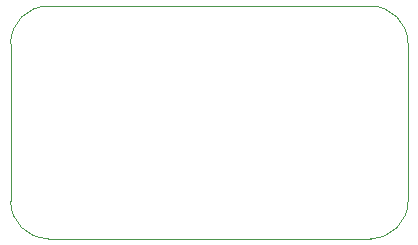
<source format=gbr>
G04 #@! TF.GenerationSoftware,KiCad,Pcbnew,5.1.2-f72e74a~84~ubuntu18.04.1*
G04 #@! TF.CreationDate,2019-07-02T11:32:23+08:00*
G04 #@! TF.ProjectId,cs4354-daughterboard_noDIL,63733433-3534-42d6-9461-756768746572,rev?*
G04 #@! TF.SameCoordinates,Original*
G04 #@! TF.FileFunction,Profile,NP*
%FSLAX46Y46*%
G04 Gerber Fmt 4.6, Leading zero omitted, Abs format (unit mm)*
G04 Created by KiCad (PCBNEW 5.1.2-f72e74a~84~ubuntu18.04.1) date 2019-07-02 11:32:23*
%MOMM*%
%LPD*%
G04 APERTURE LIST*
%ADD10C,0.100000*%
G04 APERTURE END LIST*
D10*
X124206000Y-75057000D02*
X151511000Y-75057000D01*
X154686000Y-71882000D02*
G75*
G02X151511000Y-75057000I-3175000J0D01*
G01*
X124206000Y-55372000D02*
X151511000Y-55372000D01*
X121031000Y-59182000D02*
X121031000Y-58547000D01*
X121031000Y-58547000D02*
G75*
G02X124206000Y-55372000I3175000J0D01*
G01*
X154686000Y-58547000D02*
X154686000Y-71882000D01*
X121031000Y-71882000D02*
X121031000Y-59182000D01*
X151511000Y-55372000D02*
G75*
G02X154686000Y-58547000I0J-3175000D01*
G01*
X124206000Y-75057000D02*
G75*
G02X121031000Y-71882000I0J3175000D01*
G01*
M02*

</source>
